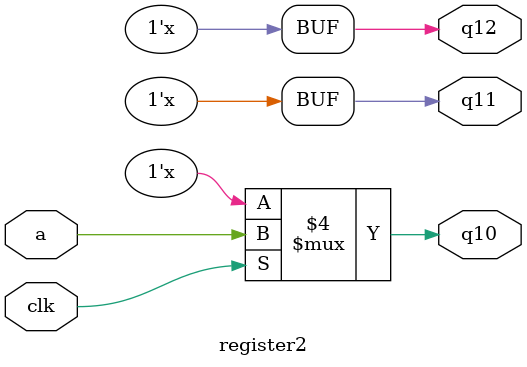
<source format=v>
`timescale 1ns / 1ps
module register2(
    input a,
	 input clk,
	 output q10,q11,q12
	 );
	 reg q10,q11,q12;
	 always @(clk)
	 begin
	 if(clk)
	 begin
	 q10<=a;
	 q11<=q10;
	 q12<=q11;

	 end
	 end
endmodule

</source>
